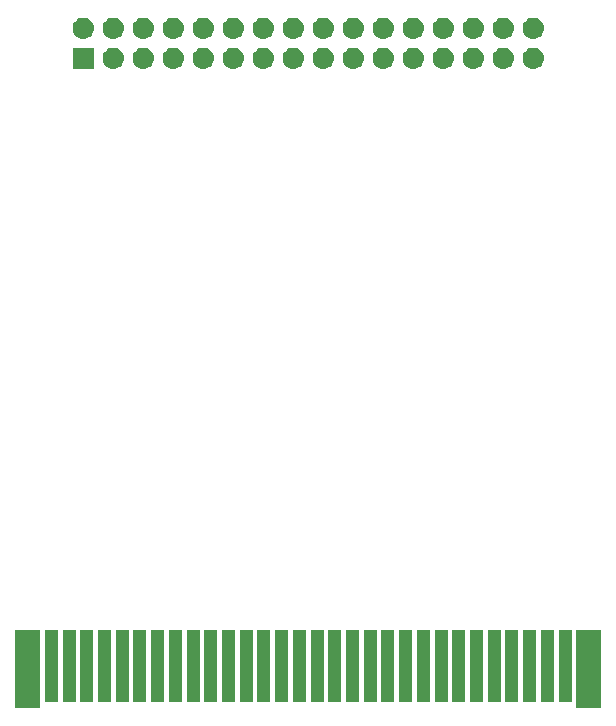
<source format=gts>
G04 #@! TF.GenerationSoftware,KiCad,Pcbnew,(5.1.4)-1*
G04 #@! TF.CreationDate,2019-09-21T23:03:51-04:00*
G04 #@! TF.ProjectId,GameBoyCartridgeBreakout,47616d65-426f-4794-9361-727472696467,rev?*
G04 #@! TF.SameCoordinates,Original*
G04 #@! TF.FileFunction,Soldermask,Top*
G04 #@! TF.FilePolarity,Negative*
%FSLAX46Y46*%
G04 Gerber Fmt 4.6, Leading zero omitted, Abs format (unit mm)*
G04 Created by KiCad (PCBNEW (5.1.4)-1) date 2019-09-21 23:03:51*
%MOMM*%
%LPD*%
G04 APERTURE LIST*
%ADD10C,0.100000*%
G04 APERTURE END LIST*
D10*
G36*
X174801000Y-103551000D02*
G01*
X172699000Y-103551000D01*
X172699000Y-96949000D01*
X174801000Y-96949000D01*
X174801000Y-103551000D01*
X174801000Y-103551000D01*
G37*
G36*
X127301000Y-103551000D02*
G01*
X125199000Y-103551000D01*
X125199000Y-96949000D01*
X127301000Y-96949000D01*
X127301000Y-103551000D01*
X127301000Y-103551000D01*
G37*
G36*
X149801000Y-103051000D02*
G01*
X148699000Y-103051000D01*
X148699000Y-96949000D01*
X149801000Y-96949000D01*
X149801000Y-103051000D01*
X149801000Y-103051000D01*
G37*
G36*
X145301000Y-103051000D02*
G01*
X144199000Y-103051000D01*
X144199000Y-96949000D01*
X145301000Y-96949000D01*
X145301000Y-103051000D01*
X145301000Y-103051000D01*
G37*
G36*
X148301000Y-103051000D02*
G01*
X147199000Y-103051000D01*
X147199000Y-96949000D01*
X148301000Y-96949000D01*
X148301000Y-103051000D01*
X148301000Y-103051000D01*
G37*
G36*
X146801000Y-103051000D02*
G01*
X145699000Y-103051000D01*
X145699000Y-96949000D01*
X146801000Y-96949000D01*
X146801000Y-103051000D01*
X146801000Y-103051000D01*
G37*
G36*
X143801000Y-103051000D02*
G01*
X142699000Y-103051000D01*
X142699000Y-96949000D01*
X143801000Y-96949000D01*
X143801000Y-103051000D01*
X143801000Y-103051000D01*
G37*
G36*
X142301000Y-103051000D02*
G01*
X141199000Y-103051000D01*
X141199000Y-96949000D01*
X142301000Y-96949000D01*
X142301000Y-103051000D01*
X142301000Y-103051000D01*
G37*
G36*
X140801000Y-103051000D02*
G01*
X139699000Y-103051000D01*
X139699000Y-96949000D01*
X140801000Y-96949000D01*
X140801000Y-103051000D01*
X140801000Y-103051000D01*
G37*
G36*
X139301000Y-103051000D02*
G01*
X138199000Y-103051000D01*
X138199000Y-96949000D01*
X139301000Y-96949000D01*
X139301000Y-103051000D01*
X139301000Y-103051000D01*
G37*
G36*
X137801000Y-103051000D02*
G01*
X136699000Y-103051000D01*
X136699000Y-96949000D01*
X137801000Y-96949000D01*
X137801000Y-103051000D01*
X137801000Y-103051000D01*
G37*
G36*
X136301000Y-103051000D02*
G01*
X135199000Y-103051000D01*
X135199000Y-96949000D01*
X136301000Y-96949000D01*
X136301000Y-103051000D01*
X136301000Y-103051000D01*
G37*
G36*
X134801000Y-103051000D02*
G01*
X133699000Y-103051000D01*
X133699000Y-96949000D01*
X134801000Y-96949000D01*
X134801000Y-103051000D01*
X134801000Y-103051000D01*
G37*
G36*
X133301000Y-103051000D02*
G01*
X132199000Y-103051000D01*
X132199000Y-96949000D01*
X133301000Y-96949000D01*
X133301000Y-103051000D01*
X133301000Y-103051000D01*
G37*
G36*
X131801000Y-103051000D02*
G01*
X130699000Y-103051000D01*
X130699000Y-96949000D01*
X131801000Y-96949000D01*
X131801000Y-103051000D01*
X131801000Y-103051000D01*
G37*
G36*
X130301000Y-103051000D02*
G01*
X129199000Y-103051000D01*
X129199000Y-96949000D01*
X130301000Y-96949000D01*
X130301000Y-103051000D01*
X130301000Y-103051000D01*
G37*
G36*
X128801000Y-103051000D02*
G01*
X127699000Y-103051000D01*
X127699000Y-96949000D01*
X128801000Y-96949000D01*
X128801000Y-103051000D01*
X128801000Y-103051000D01*
G37*
G36*
X170801000Y-103051000D02*
G01*
X169699000Y-103051000D01*
X169699000Y-96949000D01*
X170801000Y-96949000D01*
X170801000Y-103051000D01*
X170801000Y-103051000D01*
G37*
G36*
X152801000Y-103051000D02*
G01*
X151699000Y-103051000D01*
X151699000Y-96949000D01*
X152801000Y-96949000D01*
X152801000Y-103051000D01*
X152801000Y-103051000D01*
G37*
G36*
X172301000Y-103051000D02*
G01*
X171199000Y-103051000D01*
X171199000Y-96949000D01*
X172301000Y-96949000D01*
X172301000Y-103051000D01*
X172301000Y-103051000D01*
G37*
G36*
X154301000Y-103051000D02*
G01*
X153199000Y-103051000D01*
X153199000Y-96949000D01*
X154301000Y-96949000D01*
X154301000Y-103051000D01*
X154301000Y-103051000D01*
G37*
G36*
X155801000Y-103051000D02*
G01*
X154699000Y-103051000D01*
X154699000Y-96949000D01*
X155801000Y-96949000D01*
X155801000Y-103051000D01*
X155801000Y-103051000D01*
G37*
G36*
X157301000Y-103051000D02*
G01*
X156199000Y-103051000D01*
X156199000Y-96949000D01*
X157301000Y-96949000D01*
X157301000Y-103051000D01*
X157301000Y-103051000D01*
G37*
G36*
X158801000Y-103051000D02*
G01*
X157699000Y-103051000D01*
X157699000Y-96949000D01*
X158801000Y-96949000D01*
X158801000Y-103051000D01*
X158801000Y-103051000D01*
G37*
G36*
X160301000Y-103051000D02*
G01*
X159199000Y-103051000D01*
X159199000Y-96949000D01*
X160301000Y-96949000D01*
X160301000Y-103051000D01*
X160301000Y-103051000D01*
G37*
G36*
X161801000Y-103051000D02*
G01*
X160699000Y-103051000D01*
X160699000Y-96949000D01*
X161801000Y-96949000D01*
X161801000Y-103051000D01*
X161801000Y-103051000D01*
G37*
G36*
X163301000Y-103051000D02*
G01*
X162199000Y-103051000D01*
X162199000Y-96949000D01*
X163301000Y-96949000D01*
X163301000Y-103051000D01*
X163301000Y-103051000D01*
G37*
G36*
X164801000Y-103051000D02*
G01*
X163699000Y-103051000D01*
X163699000Y-96949000D01*
X164801000Y-96949000D01*
X164801000Y-103051000D01*
X164801000Y-103051000D01*
G37*
G36*
X166301000Y-103051000D02*
G01*
X165199000Y-103051000D01*
X165199000Y-96949000D01*
X166301000Y-96949000D01*
X166301000Y-103051000D01*
X166301000Y-103051000D01*
G37*
G36*
X167801000Y-103051000D02*
G01*
X166699000Y-103051000D01*
X166699000Y-96949000D01*
X167801000Y-96949000D01*
X167801000Y-103051000D01*
X167801000Y-103051000D01*
G37*
G36*
X169301000Y-103051000D02*
G01*
X168199000Y-103051000D01*
X168199000Y-96949000D01*
X169301000Y-96949000D01*
X169301000Y-103051000D01*
X169301000Y-103051000D01*
G37*
G36*
X151301000Y-103051000D02*
G01*
X150199000Y-103051000D01*
X150199000Y-96949000D01*
X151301000Y-96949000D01*
X151301000Y-103051000D01*
X151301000Y-103051000D01*
G37*
G36*
X169160442Y-47645518D02*
G01*
X169226627Y-47652037D01*
X169396466Y-47703557D01*
X169552991Y-47787222D01*
X169588729Y-47816552D01*
X169690186Y-47899814D01*
X169773448Y-48001271D01*
X169802778Y-48037009D01*
X169886443Y-48193534D01*
X169937963Y-48363373D01*
X169955359Y-48540000D01*
X169937963Y-48716627D01*
X169886443Y-48886466D01*
X169802778Y-49042991D01*
X169773448Y-49078729D01*
X169690186Y-49180186D01*
X169588729Y-49263448D01*
X169552991Y-49292778D01*
X169396466Y-49376443D01*
X169226627Y-49427963D01*
X169160443Y-49434481D01*
X169094260Y-49441000D01*
X169005740Y-49441000D01*
X168939557Y-49434481D01*
X168873373Y-49427963D01*
X168703534Y-49376443D01*
X168547009Y-49292778D01*
X168511271Y-49263448D01*
X168409814Y-49180186D01*
X168326552Y-49078729D01*
X168297222Y-49042991D01*
X168213557Y-48886466D01*
X168162037Y-48716627D01*
X168144641Y-48540000D01*
X168162037Y-48363373D01*
X168213557Y-48193534D01*
X168297222Y-48037009D01*
X168326552Y-48001271D01*
X168409814Y-47899814D01*
X168511271Y-47816552D01*
X168547009Y-47787222D01*
X168703534Y-47703557D01*
X168873373Y-47652037D01*
X168939557Y-47645519D01*
X169005740Y-47639000D01*
X169094260Y-47639000D01*
X169160442Y-47645518D01*
X169160442Y-47645518D01*
G37*
G36*
X131851000Y-49441000D02*
G01*
X130049000Y-49441000D01*
X130049000Y-47639000D01*
X131851000Y-47639000D01*
X131851000Y-49441000D01*
X131851000Y-49441000D01*
G37*
G36*
X133600442Y-47645518D02*
G01*
X133666627Y-47652037D01*
X133836466Y-47703557D01*
X133992991Y-47787222D01*
X134028729Y-47816552D01*
X134130186Y-47899814D01*
X134213448Y-48001271D01*
X134242778Y-48037009D01*
X134326443Y-48193534D01*
X134377963Y-48363373D01*
X134395359Y-48540000D01*
X134377963Y-48716627D01*
X134326443Y-48886466D01*
X134242778Y-49042991D01*
X134213448Y-49078729D01*
X134130186Y-49180186D01*
X134028729Y-49263448D01*
X133992991Y-49292778D01*
X133836466Y-49376443D01*
X133666627Y-49427963D01*
X133600443Y-49434481D01*
X133534260Y-49441000D01*
X133445740Y-49441000D01*
X133379557Y-49434481D01*
X133313373Y-49427963D01*
X133143534Y-49376443D01*
X132987009Y-49292778D01*
X132951271Y-49263448D01*
X132849814Y-49180186D01*
X132766552Y-49078729D01*
X132737222Y-49042991D01*
X132653557Y-48886466D01*
X132602037Y-48716627D01*
X132584641Y-48540000D01*
X132602037Y-48363373D01*
X132653557Y-48193534D01*
X132737222Y-48037009D01*
X132766552Y-48001271D01*
X132849814Y-47899814D01*
X132951271Y-47816552D01*
X132987009Y-47787222D01*
X133143534Y-47703557D01*
X133313373Y-47652037D01*
X133379557Y-47645519D01*
X133445740Y-47639000D01*
X133534260Y-47639000D01*
X133600442Y-47645518D01*
X133600442Y-47645518D01*
G37*
G36*
X136140442Y-47645518D02*
G01*
X136206627Y-47652037D01*
X136376466Y-47703557D01*
X136532991Y-47787222D01*
X136568729Y-47816552D01*
X136670186Y-47899814D01*
X136753448Y-48001271D01*
X136782778Y-48037009D01*
X136866443Y-48193534D01*
X136917963Y-48363373D01*
X136935359Y-48540000D01*
X136917963Y-48716627D01*
X136866443Y-48886466D01*
X136782778Y-49042991D01*
X136753448Y-49078729D01*
X136670186Y-49180186D01*
X136568729Y-49263448D01*
X136532991Y-49292778D01*
X136376466Y-49376443D01*
X136206627Y-49427963D01*
X136140443Y-49434481D01*
X136074260Y-49441000D01*
X135985740Y-49441000D01*
X135919557Y-49434481D01*
X135853373Y-49427963D01*
X135683534Y-49376443D01*
X135527009Y-49292778D01*
X135491271Y-49263448D01*
X135389814Y-49180186D01*
X135306552Y-49078729D01*
X135277222Y-49042991D01*
X135193557Y-48886466D01*
X135142037Y-48716627D01*
X135124641Y-48540000D01*
X135142037Y-48363373D01*
X135193557Y-48193534D01*
X135277222Y-48037009D01*
X135306552Y-48001271D01*
X135389814Y-47899814D01*
X135491271Y-47816552D01*
X135527009Y-47787222D01*
X135683534Y-47703557D01*
X135853373Y-47652037D01*
X135919557Y-47645519D01*
X135985740Y-47639000D01*
X136074260Y-47639000D01*
X136140442Y-47645518D01*
X136140442Y-47645518D01*
G37*
G36*
X138680442Y-47645518D02*
G01*
X138746627Y-47652037D01*
X138916466Y-47703557D01*
X139072991Y-47787222D01*
X139108729Y-47816552D01*
X139210186Y-47899814D01*
X139293448Y-48001271D01*
X139322778Y-48037009D01*
X139406443Y-48193534D01*
X139457963Y-48363373D01*
X139475359Y-48540000D01*
X139457963Y-48716627D01*
X139406443Y-48886466D01*
X139322778Y-49042991D01*
X139293448Y-49078729D01*
X139210186Y-49180186D01*
X139108729Y-49263448D01*
X139072991Y-49292778D01*
X138916466Y-49376443D01*
X138746627Y-49427963D01*
X138680443Y-49434481D01*
X138614260Y-49441000D01*
X138525740Y-49441000D01*
X138459557Y-49434481D01*
X138393373Y-49427963D01*
X138223534Y-49376443D01*
X138067009Y-49292778D01*
X138031271Y-49263448D01*
X137929814Y-49180186D01*
X137846552Y-49078729D01*
X137817222Y-49042991D01*
X137733557Y-48886466D01*
X137682037Y-48716627D01*
X137664641Y-48540000D01*
X137682037Y-48363373D01*
X137733557Y-48193534D01*
X137817222Y-48037009D01*
X137846552Y-48001271D01*
X137929814Y-47899814D01*
X138031271Y-47816552D01*
X138067009Y-47787222D01*
X138223534Y-47703557D01*
X138393373Y-47652037D01*
X138459557Y-47645519D01*
X138525740Y-47639000D01*
X138614260Y-47639000D01*
X138680442Y-47645518D01*
X138680442Y-47645518D01*
G37*
G36*
X141220442Y-47645518D02*
G01*
X141286627Y-47652037D01*
X141456466Y-47703557D01*
X141612991Y-47787222D01*
X141648729Y-47816552D01*
X141750186Y-47899814D01*
X141833448Y-48001271D01*
X141862778Y-48037009D01*
X141946443Y-48193534D01*
X141997963Y-48363373D01*
X142015359Y-48540000D01*
X141997963Y-48716627D01*
X141946443Y-48886466D01*
X141862778Y-49042991D01*
X141833448Y-49078729D01*
X141750186Y-49180186D01*
X141648729Y-49263448D01*
X141612991Y-49292778D01*
X141456466Y-49376443D01*
X141286627Y-49427963D01*
X141220443Y-49434481D01*
X141154260Y-49441000D01*
X141065740Y-49441000D01*
X140999557Y-49434481D01*
X140933373Y-49427963D01*
X140763534Y-49376443D01*
X140607009Y-49292778D01*
X140571271Y-49263448D01*
X140469814Y-49180186D01*
X140386552Y-49078729D01*
X140357222Y-49042991D01*
X140273557Y-48886466D01*
X140222037Y-48716627D01*
X140204641Y-48540000D01*
X140222037Y-48363373D01*
X140273557Y-48193534D01*
X140357222Y-48037009D01*
X140386552Y-48001271D01*
X140469814Y-47899814D01*
X140571271Y-47816552D01*
X140607009Y-47787222D01*
X140763534Y-47703557D01*
X140933373Y-47652037D01*
X140999557Y-47645519D01*
X141065740Y-47639000D01*
X141154260Y-47639000D01*
X141220442Y-47645518D01*
X141220442Y-47645518D01*
G37*
G36*
X143760442Y-47645518D02*
G01*
X143826627Y-47652037D01*
X143996466Y-47703557D01*
X144152991Y-47787222D01*
X144188729Y-47816552D01*
X144290186Y-47899814D01*
X144373448Y-48001271D01*
X144402778Y-48037009D01*
X144486443Y-48193534D01*
X144537963Y-48363373D01*
X144555359Y-48540000D01*
X144537963Y-48716627D01*
X144486443Y-48886466D01*
X144402778Y-49042991D01*
X144373448Y-49078729D01*
X144290186Y-49180186D01*
X144188729Y-49263448D01*
X144152991Y-49292778D01*
X143996466Y-49376443D01*
X143826627Y-49427963D01*
X143760443Y-49434481D01*
X143694260Y-49441000D01*
X143605740Y-49441000D01*
X143539557Y-49434481D01*
X143473373Y-49427963D01*
X143303534Y-49376443D01*
X143147009Y-49292778D01*
X143111271Y-49263448D01*
X143009814Y-49180186D01*
X142926552Y-49078729D01*
X142897222Y-49042991D01*
X142813557Y-48886466D01*
X142762037Y-48716627D01*
X142744641Y-48540000D01*
X142762037Y-48363373D01*
X142813557Y-48193534D01*
X142897222Y-48037009D01*
X142926552Y-48001271D01*
X143009814Y-47899814D01*
X143111271Y-47816552D01*
X143147009Y-47787222D01*
X143303534Y-47703557D01*
X143473373Y-47652037D01*
X143539557Y-47645519D01*
X143605740Y-47639000D01*
X143694260Y-47639000D01*
X143760442Y-47645518D01*
X143760442Y-47645518D01*
G37*
G36*
X146300442Y-47645518D02*
G01*
X146366627Y-47652037D01*
X146536466Y-47703557D01*
X146692991Y-47787222D01*
X146728729Y-47816552D01*
X146830186Y-47899814D01*
X146913448Y-48001271D01*
X146942778Y-48037009D01*
X147026443Y-48193534D01*
X147077963Y-48363373D01*
X147095359Y-48540000D01*
X147077963Y-48716627D01*
X147026443Y-48886466D01*
X146942778Y-49042991D01*
X146913448Y-49078729D01*
X146830186Y-49180186D01*
X146728729Y-49263448D01*
X146692991Y-49292778D01*
X146536466Y-49376443D01*
X146366627Y-49427963D01*
X146300443Y-49434481D01*
X146234260Y-49441000D01*
X146145740Y-49441000D01*
X146079557Y-49434481D01*
X146013373Y-49427963D01*
X145843534Y-49376443D01*
X145687009Y-49292778D01*
X145651271Y-49263448D01*
X145549814Y-49180186D01*
X145466552Y-49078729D01*
X145437222Y-49042991D01*
X145353557Y-48886466D01*
X145302037Y-48716627D01*
X145284641Y-48540000D01*
X145302037Y-48363373D01*
X145353557Y-48193534D01*
X145437222Y-48037009D01*
X145466552Y-48001271D01*
X145549814Y-47899814D01*
X145651271Y-47816552D01*
X145687009Y-47787222D01*
X145843534Y-47703557D01*
X146013373Y-47652037D01*
X146079557Y-47645519D01*
X146145740Y-47639000D01*
X146234260Y-47639000D01*
X146300442Y-47645518D01*
X146300442Y-47645518D01*
G37*
G36*
X151380442Y-47645518D02*
G01*
X151446627Y-47652037D01*
X151616466Y-47703557D01*
X151772991Y-47787222D01*
X151808729Y-47816552D01*
X151910186Y-47899814D01*
X151993448Y-48001271D01*
X152022778Y-48037009D01*
X152106443Y-48193534D01*
X152157963Y-48363373D01*
X152175359Y-48540000D01*
X152157963Y-48716627D01*
X152106443Y-48886466D01*
X152022778Y-49042991D01*
X151993448Y-49078729D01*
X151910186Y-49180186D01*
X151808729Y-49263448D01*
X151772991Y-49292778D01*
X151616466Y-49376443D01*
X151446627Y-49427963D01*
X151380443Y-49434481D01*
X151314260Y-49441000D01*
X151225740Y-49441000D01*
X151159557Y-49434481D01*
X151093373Y-49427963D01*
X150923534Y-49376443D01*
X150767009Y-49292778D01*
X150731271Y-49263448D01*
X150629814Y-49180186D01*
X150546552Y-49078729D01*
X150517222Y-49042991D01*
X150433557Y-48886466D01*
X150382037Y-48716627D01*
X150364641Y-48540000D01*
X150382037Y-48363373D01*
X150433557Y-48193534D01*
X150517222Y-48037009D01*
X150546552Y-48001271D01*
X150629814Y-47899814D01*
X150731271Y-47816552D01*
X150767009Y-47787222D01*
X150923534Y-47703557D01*
X151093373Y-47652037D01*
X151159557Y-47645519D01*
X151225740Y-47639000D01*
X151314260Y-47639000D01*
X151380442Y-47645518D01*
X151380442Y-47645518D01*
G37*
G36*
X153920442Y-47645518D02*
G01*
X153986627Y-47652037D01*
X154156466Y-47703557D01*
X154312991Y-47787222D01*
X154348729Y-47816552D01*
X154450186Y-47899814D01*
X154533448Y-48001271D01*
X154562778Y-48037009D01*
X154646443Y-48193534D01*
X154697963Y-48363373D01*
X154715359Y-48540000D01*
X154697963Y-48716627D01*
X154646443Y-48886466D01*
X154562778Y-49042991D01*
X154533448Y-49078729D01*
X154450186Y-49180186D01*
X154348729Y-49263448D01*
X154312991Y-49292778D01*
X154156466Y-49376443D01*
X153986627Y-49427963D01*
X153920443Y-49434481D01*
X153854260Y-49441000D01*
X153765740Y-49441000D01*
X153699557Y-49434481D01*
X153633373Y-49427963D01*
X153463534Y-49376443D01*
X153307009Y-49292778D01*
X153271271Y-49263448D01*
X153169814Y-49180186D01*
X153086552Y-49078729D01*
X153057222Y-49042991D01*
X152973557Y-48886466D01*
X152922037Y-48716627D01*
X152904641Y-48540000D01*
X152922037Y-48363373D01*
X152973557Y-48193534D01*
X153057222Y-48037009D01*
X153086552Y-48001271D01*
X153169814Y-47899814D01*
X153271271Y-47816552D01*
X153307009Y-47787222D01*
X153463534Y-47703557D01*
X153633373Y-47652037D01*
X153699557Y-47645519D01*
X153765740Y-47639000D01*
X153854260Y-47639000D01*
X153920442Y-47645518D01*
X153920442Y-47645518D01*
G37*
G36*
X159000442Y-47645518D02*
G01*
X159066627Y-47652037D01*
X159236466Y-47703557D01*
X159392991Y-47787222D01*
X159428729Y-47816552D01*
X159530186Y-47899814D01*
X159613448Y-48001271D01*
X159642778Y-48037009D01*
X159726443Y-48193534D01*
X159777963Y-48363373D01*
X159795359Y-48540000D01*
X159777963Y-48716627D01*
X159726443Y-48886466D01*
X159642778Y-49042991D01*
X159613448Y-49078729D01*
X159530186Y-49180186D01*
X159428729Y-49263448D01*
X159392991Y-49292778D01*
X159236466Y-49376443D01*
X159066627Y-49427963D01*
X159000443Y-49434481D01*
X158934260Y-49441000D01*
X158845740Y-49441000D01*
X158779557Y-49434481D01*
X158713373Y-49427963D01*
X158543534Y-49376443D01*
X158387009Y-49292778D01*
X158351271Y-49263448D01*
X158249814Y-49180186D01*
X158166552Y-49078729D01*
X158137222Y-49042991D01*
X158053557Y-48886466D01*
X158002037Y-48716627D01*
X157984641Y-48540000D01*
X158002037Y-48363373D01*
X158053557Y-48193534D01*
X158137222Y-48037009D01*
X158166552Y-48001271D01*
X158249814Y-47899814D01*
X158351271Y-47816552D01*
X158387009Y-47787222D01*
X158543534Y-47703557D01*
X158713373Y-47652037D01*
X158779557Y-47645519D01*
X158845740Y-47639000D01*
X158934260Y-47639000D01*
X159000442Y-47645518D01*
X159000442Y-47645518D01*
G37*
G36*
X161540442Y-47645518D02*
G01*
X161606627Y-47652037D01*
X161776466Y-47703557D01*
X161932991Y-47787222D01*
X161968729Y-47816552D01*
X162070186Y-47899814D01*
X162153448Y-48001271D01*
X162182778Y-48037009D01*
X162266443Y-48193534D01*
X162317963Y-48363373D01*
X162335359Y-48540000D01*
X162317963Y-48716627D01*
X162266443Y-48886466D01*
X162182778Y-49042991D01*
X162153448Y-49078729D01*
X162070186Y-49180186D01*
X161968729Y-49263448D01*
X161932991Y-49292778D01*
X161776466Y-49376443D01*
X161606627Y-49427963D01*
X161540443Y-49434481D01*
X161474260Y-49441000D01*
X161385740Y-49441000D01*
X161319557Y-49434481D01*
X161253373Y-49427963D01*
X161083534Y-49376443D01*
X160927009Y-49292778D01*
X160891271Y-49263448D01*
X160789814Y-49180186D01*
X160706552Y-49078729D01*
X160677222Y-49042991D01*
X160593557Y-48886466D01*
X160542037Y-48716627D01*
X160524641Y-48540000D01*
X160542037Y-48363373D01*
X160593557Y-48193534D01*
X160677222Y-48037009D01*
X160706552Y-48001271D01*
X160789814Y-47899814D01*
X160891271Y-47816552D01*
X160927009Y-47787222D01*
X161083534Y-47703557D01*
X161253373Y-47652037D01*
X161319557Y-47645519D01*
X161385740Y-47639000D01*
X161474260Y-47639000D01*
X161540442Y-47645518D01*
X161540442Y-47645518D01*
G37*
G36*
X164080442Y-47645518D02*
G01*
X164146627Y-47652037D01*
X164316466Y-47703557D01*
X164472991Y-47787222D01*
X164508729Y-47816552D01*
X164610186Y-47899814D01*
X164693448Y-48001271D01*
X164722778Y-48037009D01*
X164806443Y-48193534D01*
X164857963Y-48363373D01*
X164875359Y-48540000D01*
X164857963Y-48716627D01*
X164806443Y-48886466D01*
X164722778Y-49042991D01*
X164693448Y-49078729D01*
X164610186Y-49180186D01*
X164508729Y-49263448D01*
X164472991Y-49292778D01*
X164316466Y-49376443D01*
X164146627Y-49427963D01*
X164080443Y-49434481D01*
X164014260Y-49441000D01*
X163925740Y-49441000D01*
X163859557Y-49434481D01*
X163793373Y-49427963D01*
X163623534Y-49376443D01*
X163467009Y-49292778D01*
X163431271Y-49263448D01*
X163329814Y-49180186D01*
X163246552Y-49078729D01*
X163217222Y-49042991D01*
X163133557Y-48886466D01*
X163082037Y-48716627D01*
X163064641Y-48540000D01*
X163082037Y-48363373D01*
X163133557Y-48193534D01*
X163217222Y-48037009D01*
X163246552Y-48001271D01*
X163329814Y-47899814D01*
X163431271Y-47816552D01*
X163467009Y-47787222D01*
X163623534Y-47703557D01*
X163793373Y-47652037D01*
X163859557Y-47645519D01*
X163925740Y-47639000D01*
X164014260Y-47639000D01*
X164080442Y-47645518D01*
X164080442Y-47645518D01*
G37*
G36*
X166620442Y-47645518D02*
G01*
X166686627Y-47652037D01*
X166856466Y-47703557D01*
X167012991Y-47787222D01*
X167048729Y-47816552D01*
X167150186Y-47899814D01*
X167233448Y-48001271D01*
X167262778Y-48037009D01*
X167346443Y-48193534D01*
X167397963Y-48363373D01*
X167415359Y-48540000D01*
X167397963Y-48716627D01*
X167346443Y-48886466D01*
X167262778Y-49042991D01*
X167233448Y-49078729D01*
X167150186Y-49180186D01*
X167048729Y-49263448D01*
X167012991Y-49292778D01*
X166856466Y-49376443D01*
X166686627Y-49427963D01*
X166620443Y-49434481D01*
X166554260Y-49441000D01*
X166465740Y-49441000D01*
X166399557Y-49434481D01*
X166333373Y-49427963D01*
X166163534Y-49376443D01*
X166007009Y-49292778D01*
X165971271Y-49263448D01*
X165869814Y-49180186D01*
X165786552Y-49078729D01*
X165757222Y-49042991D01*
X165673557Y-48886466D01*
X165622037Y-48716627D01*
X165604641Y-48540000D01*
X165622037Y-48363373D01*
X165673557Y-48193534D01*
X165757222Y-48037009D01*
X165786552Y-48001271D01*
X165869814Y-47899814D01*
X165971271Y-47816552D01*
X166007009Y-47787222D01*
X166163534Y-47703557D01*
X166333373Y-47652037D01*
X166399557Y-47645519D01*
X166465740Y-47639000D01*
X166554260Y-47639000D01*
X166620442Y-47645518D01*
X166620442Y-47645518D01*
G37*
G36*
X156460442Y-47645518D02*
G01*
X156526627Y-47652037D01*
X156696466Y-47703557D01*
X156852991Y-47787222D01*
X156888729Y-47816552D01*
X156990186Y-47899814D01*
X157073448Y-48001271D01*
X157102778Y-48037009D01*
X157186443Y-48193534D01*
X157237963Y-48363373D01*
X157255359Y-48540000D01*
X157237963Y-48716627D01*
X157186443Y-48886466D01*
X157102778Y-49042991D01*
X157073448Y-49078729D01*
X156990186Y-49180186D01*
X156888729Y-49263448D01*
X156852991Y-49292778D01*
X156696466Y-49376443D01*
X156526627Y-49427963D01*
X156460443Y-49434481D01*
X156394260Y-49441000D01*
X156305740Y-49441000D01*
X156239557Y-49434481D01*
X156173373Y-49427963D01*
X156003534Y-49376443D01*
X155847009Y-49292778D01*
X155811271Y-49263448D01*
X155709814Y-49180186D01*
X155626552Y-49078729D01*
X155597222Y-49042991D01*
X155513557Y-48886466D01*
X155462037Y-48716627D01*
X155444641Y-48540000D01*
X155462037Y-48363373D01*
X155513557Y-48193534D01*
X155597222Y-48037009D01*
X155626552Y-48001271D01*
X155709814Y-47899814D01*
X155811271Y-47816552D01*
X155847009Y-47787222D01*
X156003534Y-47703557D01*
X156173373Y-47652037D01*
X156239557Y-47645519D01*
X156305740Y-47639000D01*
X156394260Y-47639000D01*
X156460442Y-47645518D01*
X156460442Y-47645518D01*
G37*
G36*
X148840442Y-47645518D02*
G01*
X148906627Y-47652037D01*
X149076466Y-47703557D01*
X149232991Y-47787222D01*
X149268729Y-47816552D01*
X149370186Y-47899814D01*
X149453448Y-48001271D01*
X149482778Y-48037009D01*
X149566443Y-48193534D01*
X149617963Y-48363373D01*
X149635359Y-48540000D01*
X149617963Y-48716627D01*
X149566443Y-48886466D01*
X149482778Y-49042991D01*
X149453448Y-49078729D01*
X149370186Y-49180186D01*
X149268729Y-49263448D01*
X149232991Y-49292778D01*
X149076466Y-49376443D01*
X148906627Y-49427963D01*
X148840443Y-49434481D01*
X148774260Y-49441000D01*
X148685740Y-49441000D01*
X148619557Y-49434481D01*
X148553373Y-49427963D01*
X148383534Y-49376443D01*
X148227009Y-49292778D01*
X148191271Y-49263448D01*
X148089814Y-49180186D01*
X148006552Y-49078729D01*
X147977222Y-49042991D01*
X147893557Y-48886466D01*
X147842037Y-48716627D01*
X147824641Y-48540000D01*
X147842037Y-48363373D01*
X147893557Y-48193534D01*
X147977222Y-48037009D01*
X148006552Y-48001271D01*
X148089814Y-47899814D01*
X148191271Y-47816552D01*
X148227009Y-47787222D01*
X148383534Y-47703557D01*
X148553373Y-47652037D01*
X148619557Y-47645519D01*
X148685740Y-47639000D01*
X148774260Y-47639000D01*
X148840442Y-47645518D01*
X148840442Y-47645518D01*
G37*
G36*
X141220443Y-45105519D02*
G01*
X141286627Y-45112037D01*
X141456466Y-45163557D01*
X141612991Y-45247222D01*
X141648729Y-45276552D01*
X141750186Y-45359814D01*
X141833448Y-45461271D01*
X141862778Y-45497009D01*
X141946443Y-45653534D01*
X141997963Y-45823373D01*
X142015359Y-46000000D01*
X141997963Y-46176627D01*
X141946443Y-46346466D01*
X141862778Y-46502991D01*
X141833448Y-46538729D01*
X141750186Y-46640186D01*
X141648729Y-46723448D01*
X141612991Y-46752778D01*
X141456466Y-46836443D01*
X141286627Y-46887963D01*
X141220442Y-46894482D01*
X141154260Y-46901000D01*
X141065740Y-46901000D01*
X140999558Y-46894482D01*
X140933373Y-46887963D01*
X140763534Y-46836443D01*
X140607009Y-46752778D01*
X140571271Y-46723448D01*
X140469814Y-46640186D01*
X140386552Y-46538729D01*
X140357222Y-46502991D01*
X140273557Y-46346466D01*
X140222037Y-46176627D01*
X140204641Y-46000000D01*
X140222037Y-45823373D01*
X140273557Y-45653534D01*
X140357222Y-45497009D01*
X140386552Y-45461271D01*
X140469814Y-45359814D01*
X140571271Y-45276552D01*
X140607009Y-45247222D01*
X140763534Y-45163557D01*
X140933373Y-45112037D01*
X140999557Y-45105519D01*
X141065740Y-45099000D01*
X141154260Y-45099000D01*
X141220443Y-45105519D01*
X141220443Y-45105519D01*
G37*
G36*
X138680443Y-45105519D02*
G01*
X138746627Y-45112037D01*
X138916466Y-45163557D01*
X139072991Y-45247222D01*
X139108729Y-45276552D01*
X139210186Y-45359814D01*
X139293448Y-45461271D01*
X139322778Y-45497009D01*
X139406443Y-45653534D01*
X139457963Y-45823373D01*
X139475359Y-46000000D01*
X139457963Y-46176627D01*
X139406443Y-46346466D01*
X139322778Y-46502991D01*
X139293448Y-46538729D01*
X139210186Y-46640186D01*
X139108729Y-46723448D01*
X139072991Y-46752778D01*
X138916466Y-46836443D01*
X138746627Y-46887963D01*
X138680442Y-46894482D01*
X138614260Y-46901000D01*
X138525740Y-46901000D01*
X138459558Y-46894482D01*
X138393373Y-46887963D01*
X138223534Y-46836443D01*
X138067009Y-46752778D01*
X138031271Y-46723448D01*
X137929814Y-46640186D01*
X137846552Y-46538729D01*
X137817222Y-46502991D01*
X137733557Y-46346466D01*
X137682037Y-46176627D01*
X137664641Y-46000000D01*
X137682037Y-45823373D01*
X137733557Y-45653534D01*
X137817222Y-45497009D01*
X137846552Y-45461271D01*
X137929814Y-45359814D01*
X138031271Y-45276552D01*
X138067009Y-45247222D01*
X138223534Y-45163557D01*
X138393373Y-45112037D01*
X138459557Y-45105519D01*
X138525740Y-45099000D01*
X138614260Y-45099000D01*
X138680443Y-45105519D01*
X138680443Y-45105519D01*
G37*
G36*
X136140443Y-45105519D02*
G01*
X136206627Y-45112037D01*
X136376466Y-45163557D01*
X136532991Y-45247222D01*
X136568729Y-45276552D01*
X136670186Y-45359814D01*
X136753448Y-45461271D01*
X136782778Y-45497009D01*
X136866443Y-45653534D01*
X136917963Y-45823373D01*
X136935359Y-46000000D01*
X136917963Y-46176627D01*
X136866443Y-46346466D01*
X136782778Y-46502991D01*
X136753448Y-46538729D01*
X136670186Y-46640186D01*
X136568729Y-46723448D01*
X136532991Y-46752778D01*
X136376466Y-46836443D01*
X136206627Y-46887963D01*
X136140442Y-46894482D01*
X136074260Y-46901000D01*
X135985740Y-46901000D01*
X135919558Y-46894482D01*
X135853373Y-46887963D01*
X135683534Y-46836443D01*
X135527009Y-46752778D01*
X135491271Y-46723448D01*
X135389814Y-46640186D01*
X135306552Y-46538729D01*
X135277222Y-46502991D01*
X135193557Y-46346466D01*
X135142037Y-46176627D01*
X135124641Y-46000000D01*
X135142037Y-45823373D01*
X135193557Y-45653534D01*
X135277222Y-45497009D01*
X135306552Y-45461271D01*
X135389814Y-45359814D01*
X135491271Y-45276552D01*
X135527009Y-45247222D01*
X135683534Y-45163557D01*
X135853373Y-45112037D01*
X135919557Y-45105519D01*
X135985740Y-45099000D01*
X136074260Y-45099000D01*
X136140443Y-45105519D01*
X136140443Y-45105519D01*
G37*
G36*
X133600443Y-45105519D02*
G01*
X133666627Y-45112037D01*
X133836466Y-45163557D01*
X133992991Y-45247222D01*
X134028729Y-45276552D01*
X134130186Y-45359814D01*
X134213448Y-45461271D01*
X134242778Y-45497009D01*
X134326443Y-45653534D01*
X134377963Y-45823373D01*
X134395359Y-46000000D01*
X134377963Y-46176627D01*
X134326443Y-46346466D01*
X134242778Y-46502991D01*
X134213448Y-46538729D01*
X134130186Y-46640186D01*
X134028729Y-46723448D01*
X133992991Y-46752778D01*
X133836466Y-46836443D01*
X133666627Y-46887963D01*
X133600442Y-46894482D01*
X133534260Y-46901000D01*
X133445740Y-46901000D01*
X133379558Y-46894482D01*
X133313373Y-46887963D01*
X133143534Y-46836443D01*
X132987009Y-46752778D01*
X132951271Y-46723448D01*
X132849814Y-46640186D01*
X132766552Y-46538729D01*
X132737222Y-46502991D01*
X132653557Y-46346466D01*
X132602037Y-46176627D01*
X132584641Y-46000000D01*
X132602037Y-45823373D01*
X132653557Y-45653534D01*
X132737222Y-45497009D01*
X132766552Y-45461271D01*
X132849814Y-45359814D01*
X132951271Y-45276552D01*
X132987009Y-45247222D01*
X133143534Y-45163557D01*
X133313373Y-45112037D01*
X133379557Y-45105519D01*
X133445740Y-45099000D01*
X133534260Y-45099000D01*
X133600443Y-45105519D01*
X133600443Y-45105519D01*
G37*
G36*
X131060443Y-45105519D02*
G01*
X131126627Y-45112037D01*
X131296466Y-45163557D01*
X131452991Y-45247222D01*
X131488729Y-45276552D01*
X131590186Y-45359814D01*
X131673448Y-45461271D01*
X131702778Y-45497009D01*
X131786443Y-45653534D01*
X131837963Y-45823373D01*
X131855359Y-46000000D01*
X131837963Y-46176627D01*
X131786443Y-46346466D01*
X131702778Y-46502991D01*
X131673448Y-46538729D01*
X131590186Y-46640186D01*
X131488729Y-46723448D01*
X131452991Y-46752778D01*
X131296466Y-46836443D01*
X131126627Y-46887963D01*
X131060442Y-46894482D01*
X130994260Y-46901000D01*
X130905740Y-46901000D01*
X130839558Y-46894482D01*
X130773373Y-46887963D01*
X130603534Y-46836443D01*
X130447009Y-46752778D01*
X130411271Y-46723448D01*
X130309814Y-46640186D01*
X130226552Y-46538729D01*
X130197222Y-46502991D01*
X130113557Y-46346466D01*
X130062037Y-46176627D01*
X130044641Y-46000000D01*
X130062037Y-45823373D01*
X130113557Y-45653534D01*
X130197222Y-45497009D01*
X130226552Y-45461271D01*
X130309814Y-45359814D01*
X130411271Y-45276552D01*
X130447009Y-45247222D01*
X130603534Y-45163557D01*
X130773373Y-45112037D01*
X130839557Y-45105519D01*
X130905740Y-45099000D01*
X130994260Y-45099000D01*
X131060443Y-45105519D01*
X131060443Y-45105519D01*
G37*
G36*
X161540443Y-45105519D02*
G01*
X161606627Y-45112037D01*
X161776466Y-45163557D01*
X161932991Y-45247222D01*
X161968729Y-45276552D01*
X162070186Y-45359814D01*
X162153448Y-45461271D01*
X162182778Y-45497009D01*
X162266443Y-45653534D01*
X162317963Y-45823373D01*
X162335359Y-46000000D01*
X162317963Y-46176627D01*
X162266443Y-46346466D01*
X162182778Y-46502991D01*
X162153448Y-46538729D01*
X162070186Y-46640186D01*
X161968729Y-46723448D01*
X161932991Y-46752778D01*
X161776466Y-46836443D01*
X161606627Y-46887963D01*
X161540442Y-46894482D01*
X161474260Y-46901000D01*
X161385740Y-46901000D01*
X161319558Y-46894482D01*
X161253373Y-46887963D01*
X161083534Y-46836443D01*
X160927009Y-46752778D01*
X160891271Y-46723448D01*
X160789814Y-46640186D01*
X160706552Y-46538729D01*
X160677222Y-46502991D01*
X160593557Y-46346466D01*
X160542037Y-46176627D01*
X160524641Y-46000000D01*
X160542037Y-45823373D01*
X160593557Y-45653534D01*
X160677222Y-45497009D01*
X160706552Y-45461271D01*
X160789814Y-45359814D01*
X160891271Y-45276552D01*
X160927009Y-45247222D01*
X161083534Y-45163557D01*
X161253373Y-45112037D01*
X161319557Y-45105519D01*
X161385740Y-45099000D01*
X161474260Y-45099000D01*
X161540443Y-45105519D01*
X161540443Y-45105519D01*
G37*
G36*
X143760443Y-45105519D02*
G01*
X143826627Y-45112037D01*
X143996466Y-45163557D01*
X144152991Y-45247222D01*
X144188729Y-45276552D01*
X144290186Y-45359814D01*
X144373448Y-45461271D01*
X144402778Y-45497009D01*
X144486443Y-45653534D01*
X144537963Y-45823373D01*
X144555359Y-46000000D01*
X144537963Y-46176627D01*
X144486443Y-46346466D01*
X144402778Y-46502991D01*
X144373448Y-46538729D01*
X144290186Y-46640186D01*
X144188729Y-46723448D01*
X144152991Y-46752778D01*
X143996466Y-46836443D01*
X143826627Y-46887963D01*
X143760442Y-46894482D01*
X143694260Y-46901000D01*
X143605740Y-46901000D01*
X143539558Y-46894482D01*
X143473373Y-46887963D01*
X143303534Y-46836443D01*
X143147009Y-46752778D01*
X143111271Y-46723448D01*
X143009814Y-46640186D01*
X142926552Y-46538729D01*
X142897222Y-46502991D01*
X142813557Y-46346466D01*
X142762037Y-46176627D01*
X142744641Y-46000000D01*
X142762037Y-45823373D01*
X142813557Y-45653534D01*
X142897222Y-45497009D01*
X142926552Y-45461271D01*
X143009814Y-45359814D01*
X143111271Y-45276552D01*
X143147009Y-45247222D01*
X143303534Y-45163557D01*
X143473373Y-45112037D01*
X143539557Y-45105519D01*
X143605740Y-45099000D01*
X143694260Y-45099000D01*
X143760443Y-45105519D01*
X143760443Y-45105519D01*
G37*
G36*
X146300443Y-45105519D02*
G01*
X146366627Y-45112037D01*
X146536466Y-45163557D01*
X146692991Y-45247222D01*
X146728729Y-45276552D01*
X146830186Y-45359814D01*
X146913448Y-45461271D01*
X146942778Y-45497009D01*
X147026443Y-45653534D01*
X147077963Y-45823373D01*
X147095359Y-46000000D01*
X147077963Y-46176627D01*
X147026443Y-46346466D01*
X146942778Y-46502991D01*
X146913448Y-46538729D01*
X146830186Y-46640186D01*
X146728729Y-46723448D01*
X146692991Y-46752778D01*
X146536466Y-46836443D01*
X146366627Y-46887963D01*
X146300442Y-46894482D01*
X146234260Y-46901000D01*
X146145740Y-46901000D01*
X146079558Y-46894482D01*
X146013373Y-46887963D01*
X145843534Y-46836443D01*
X145687009Y-46752778D01*
X145651271Y-46723448D01*
X145549814Y-46640186D01*
X145466552Y-46538729D01*
X145437222Y-46502991D01*
X145353557Y-46346466D01*
X145302037Y-46176627D01*
X145284641Y-46000000D01*
X145302037Y-45823373D01*
X145353557Y-45653534D01*
X145437222Y-45497009D01*
X145466552Y-45461271D01*
X145549814Y-45359814D01*
X145651271Y-45276552D01*
X145687009Y-45247222D01*
X145843534Y-45163557D01*
X146013373Y-45112037D01*
X146079557Y-45105519D01*
X146145740Y-45099000D01*
X146234260Y-45099000D01*
X146300443Y-45105519D01*
X146300443Y-45105519D01*
G37*
G36*
X159000443Y-45105519D02*
G01*
X159066627Y-45112037D01*
X159236466Y-45163557D01*
X159392991Y-45247222D01*
X159428729Y-45276552D01*
X159530186Y-45359814D01*
X159613448Y-45461271D01*
X159642778Y-45497009D01*
X159726443Y-45653534D01*
X159777963Y-45823373D01*
X159795359Y-46000000D01*
X159777963Y-46176627D01*
X159726443Y-46346466D01*
X159642778Y-46502991D01*
X159613448Y-46538729D01*
X159530186Y-46640186D01*
X159428729Y-46723448D01*
X159392991Y-46752778D01*
X159236466Y-46836443D01*
X159066627Y-46887963D01*
X159000442Y-46894482D01*
X158934260Y-46901000D01*
X158845740Y-46901000D01*
X158779558Y-46894482D01*
X158713373Y-46887963D01*
X158543534Y-46836443D01*
X158387009Y-46752778D01*
X158351271Y-46723448D01*
X158249814Y-46640186D01*
X158166552Y-46538729D01*
X158137222Y-46502991D01*
X158053557Y-46346466D01*
X158002037Y-46176627D01*
X157984641Y-46000000D01*
X158002037Y-45823373D01*
X158053557Y-45653534D01*
X158137222Y-45497009D01*
X158166552Y-45461271D01*
X158249814Y-45359814D01*
X158351271Y-45276552D01*
X158387009Y-45247222D01*
X158543534Y-45163557D01*
X158713373Y-45112037D01*
X158779557Y-45105519D01*
X158845740Y-45099000D01*
X158934260Y-45099000D01*
X159000443Y-45105519D01*
X159000443Y-45105519D01*
G37*
G36*
X148840443Y-45105519D02*
G01*
X148906627Y-45112037D01*
X149076466Y-45163557D01*
X149232991Y-45247222D01*
X149268729Y-45276552D01*
X149370186Y-45359814D01*
X149453448Y-45461271D01*
X149482778Y-45497009D01*
X149566443Y-45653534D01*
X149617963Y-45823373D01*
X149635359Y-46000000D01*
X149617963Y-46176627D01*
X149566443Y-46346466D01*
X149482778Y-46502991D01*
X149453448Y-46538729D01*
X149370186Y-46640186D01*
X149268729Y-46723448D01*
X149232991Y-46752778D01*
X149076466Y-46836443D01*
X148906627Y-46887963D01*
X148840442Y-46894482D01*
X148774260Y-46901000D01*
X148685740Y-46901000D01*
X148619558Y-46894482D01*
X148553373Y-46887963D01*
X148383534Y-46836443D01*
X148227009Y-46752778D01*
X148191271Y-46723448D01*
X148089814Y-46640186D01*
X148006552Y-46538729D01*
X147977222Y-46502991D01*
X147893557Y-46346466D01*
X147842037Y-46176627D01*
X147824641Y-46000000D01*
X147842037Y-45823373D01*
X147893557Y-45653534D01*
X147977222Y-45497009D01*
X148006552Y-45461271D01*
X148089814Y-45359814D01*
X148191271Y-45276552D01*
X148227009Y-45247222D01*
X148383534Y-45163557D01*
X148553373Y-45112037D01*
X148619557Y-45105519D01*
X148685740Y-45099000D01*
X148774260Y-45099000D01*
X148840443Y-45105519D01*
X148840443Y-45105519D01*
G37*
G36*
X169160443Y-45105519D02*
G01*
X169226627Y-45112037D01*
X169396466Y-45163557D01*
X169552991Y-45247222D01*
X169588729Y-45276552D01*
X169690186Y-45359814D01*
X169773448Y-45461271D01*
X169802778Y-45497009D01*
X169886443Y-45653534D01*
X169937963Y-45823373D01*
X169955359Y-46000000D01*
X169937963Y-46176627D01*
X169886443Y-46346466D01*
X169802778Y-46502991D01*
X169773448Y-46538729D01*
X169690186Y-46640186D01*
X169588729Y-46723448D01*
X169552991Y-46752778D01*
X169396466Y-46836443D01*
X169226627Y-46887963D01*
X169160442Y-46894482D01*
X169094260Y-46901000D01*
X169005740Y-46901000D01*
X168939558Y-46894482D01*
X168873373Y-46887963D01*
X168703534Y-46836443D01*
X168547009Y-46752778D01*
X168511271Y-46723448D01*
X168409814Y-46640186D01*
X168326552Y-46538729D01*
X168297222Y-46502991D01*
X168213557Y-46346466D01*
X168162037Y-46176627D01*
X168144641Y-46000000D01*
X168162037Y-45823373D01*
X168213557Y-45653534D01*
X168297222Y-45497009D01*
X168326552Y-45461271D01*
X168409814Y-45359814D01*
X168511271Y-45276552D01*
X168547009Y-45247222D01*
X168703534Y-45163557D01*
X168873373Y-45112037D01*
X168939557Y-45105519D01*
X169005740Y-45099000D01*
X169094260Y-45099000D01*
X169160443Y-45105519D01*
X169160443Y-45105519D01*
G37*
G36*
X151380443Y-45105519D02*
G01*
X151446627Y-45112037D01*
X151616466Y-45163557D01*
X151772991Y-45247222D01*
X151808729Y-45276552D01*
X151910186Y-45359814D01*
X151993448Y-45461271D01*
X152022778Y-45497009D01*
X152106443Y-45653534D01*
X152157963Y-45823373D01*
X152175359Y-46000000D01*
X152157963Y-46176627D01*
X152106443Y-46346466D01*
X152022778Y-46502991D01*
X151993448Y-46538729D01*
X151910186Y-46640186D01*
X151808729Y-46723448D01*
X151772991Y-46752778D01*
X151616466Y-46836443D01*
X151446627Y-46887963D01*
X151380442Y-46894482D01*
X151314260Y-46901000D01*
X151225740Y-46901000D01*
X151159558Y-46894482D01*
X151093373Y-46887963D01*
X150923534Y-46836443D01*
X150767009Y-46752778D01*
X150731271Y-46723448D01*
X150629814Y-46640186D01*
X150546552Y-46538729D01*
X150517222Y-46502991D01*
X150433557Y-46346466D01*
X150382037Y-46176627D01*
X150364641Y-46000000D01*
X150382037Y-45823373D01*
X150433557Y-45653534D01*
X150517222Y-45497009D01*
X150546552Y-45461271D01*
X150629814Y-45359814D01*
X150731271Y-45276552D01*
X150767009Y-45247222D01*
X150923534Y-45163557D01*
X151093373Y-45112037D01*
X151159557Y-45105519D01*
X151225740Y-45099000D01*
X151314260Y-45099000D01*
X151380443Y-45105519D01*
X151380443Y-45105519D01*
G37*
G36*
X164080443Y-45105519D02*
G01*
X164146627Y-45112037D01*
X164316466Y-45163557D01*
X164472991Y-45247222D01*
X164508729Y-45276552D01*
X164610186Y-45359814D01*
X164693448Y-45461271D01*
X164722778Y-45497009D01*
X164806443Y-45653534D01*
X164857963Y-45823373D01*
X164875359Y-46000000D01*
X164857963Y-46176627D01*
X164806443Y-46346466D01*
X164722778Y-46502991D01*
X164693448Y-46538729D01*
X164610186Y-46640186D01*
X164508729Y-46723448D01*
X164472991Y-46752778D01*
X164316466Y-46836443D01*
X164146627Y-46887963D01*
X164080442Y-46894482D01*
X164014260Y-46901000D01*
X163925740Y-46901000D01*
X163859558Y-46894482D01*
X163793373Y-46887963D01*
X163623534Y-46836443D01*
X163467009Y-46752778D01*
X163431271Y-46723448D01*
X163329814Y-46640186D01*
X163246552Y-46538729D01*
X163217222Y-46502991D01*
X163133557Y-46346466D01*
X163082037Y-46176627D01*
X163064641Y-46000000D01*
X163082037Y-45823373D01*
X163133557Y-45653534D01*
X163217222Y-45497009D01*
X163246552Y-45461271D01*
X163329814Y-45359814D01*
X163431271Y-45276552D01*
X163467009Y-45247222D01*
X163623534Y-45163557D01*
X163793373Y-45112037D01*
X163859557Y-45105519D01*
X163925740Y-45099000D01*
X164014260Y-45099000D01*
X164080443Y-45105519D01*
X164080443Y-45105519D01*
G37*
G36*
X153920443Y-45105519D02*
G01*
X153986627Y-45112037D01*
X154156466Y-45163557D01*
X154312991Y-45247222D01*
X154348729Y-45276552D01*
X154450186Y-45359814D01*
X154533448Y-45461271D01*
X154562778Y-45497009D01*
X154646443Y-45653534D01*
X154697963Y-45823373D01*
X154715359Y-46000000D01*
X154697963Y-46176627D01*
X154646443Y-46346466D01*
X154562778Y-46502991D01*
X154533448Y-46538729D01*
X154450186Y-46640186D01*
X154348729Y-46723448D01*
X154312991Y-46752778D01*
X154156466Y-46836443D01*
X153986627Y-46887963D01*
X153920442Y-46894482D01*
X153854260Y-46901000D01*
X153765740Y-46901000D01*
X153699558Y-46894482D01*
X153633373Y-46887963D01*
X153463534Y-46836443D01*
X153307009Y-46752778D01*
X153271271Y-46723448D01*
X153169814Y-46640186D01*
X153086552Y-46538729D01*
X153057222Y-46502991D01*
X152973557Y-46346466D01*
X152922037Y-46176627D01*
X152904641Y-46000000D01*
X152922037Y-45823373D01*
X152973557Y-45653534D01*
X153057222Y-45497009D01*
X153086552Y-45461271D01*
X153169814Y-45359814D01*
X153271271Y-45276552D01*
X153307009Y-45247222D01*
X153463534Y-45163557D01*
X153633373Y-45112037D01*
X153699557Y-45105519D01*
X153765740Y-45099000D01*
X153854260Y-45099000D01*
X153920443Y-45105519D01*
X153920443Y-45105519D01*
G37*
G36*
X166620443Y-45105519D02*
G01*
X166686627Y-45112037D01*
X166856466Y-45163557D01*
X167012991Y-45247222D01*
X167048729Y-45276552D01*
X167150186Y-45359814D01*
X167233448Y-45461271D01*
X167262778Y-45497009D01*
X167346443Y-45653534D01*
X167397963Y-45823373D01*
X167415359Y-46000000D01*
X167397963Y-46176627D01*
X167346443Y-46346466D01*
X167262778Y-46502991D01*
X167233448Y-46538729D01*
X167150186Y-46640186D01*
X167048729Y-46723448D01*
X167012991Y-46752778D01*
X166856466Y-46836443D01*
X166686627Y-46887963D01*
X166620442Y-46894482D01*
X166554260Y-46901000D01*
X166465740Y-46901000D01*
X166399558Y-46894482D01*
X166333373Y-46887963D01*
X166163534Y-46836443D01*
X166007009Y-46752778D01*
X165971271Y-46723448D01*
X165869814Y-46640186D01*
X165786552Y-46538729D01*
X165757222Y-46502991D01*
X165673557Y-46346466D01*
X165622037Y-46176627D01*
X165604641Y-46000000D01*
X165622037Y-45823373D01*
X165673557Y-45653534D01*
X165757222Y-45497009D01*
X165786552Y-45461271D01*
X165869814Y-45359814D01*
X165971271Y-45276552D01*
X166007009Y-45247222D01*
X166163534Y-45163557D01*
X166333373Y-45112037D01*
X166399557Y-45105519D01*
X166465740Y-45099000D01*
X166554260Y-45099000D01*
X166620443Y-45105519D01*
X166620443Y-45105519D01*
G37*
G36*
X156460443Y-45105519D02*
G01*
X156526627Y-45112037D01*
X156696466Y-45163557D01*
X156852991Y-45247222D01*
X156888729Y-45276552D01*
X156990186Y-45359814D01*
X157073448Y-45461271D01*
X157102778Y-45497009D01*
X157186443Y-45653534D01*
X157237963Y-45823373D01*
X157255359Y-46000000D01*
X157237963Y-46176627D01*
X157186443Y-46346466D01*
X157102778Y-46502991D01*
X157073448Y-46538729D01*
X156990186Y-46640186D01*
X156888729Y-46723448D01*
X156852991Y-46752778D01*
X156696466Y-46836443D01*
X156526627Y-46887963D01*
X156460442Y-46894482D01*
X156394260Y-46901000D01*
X156305740Y-46901000D01*
X156239558Y-46894482D01*
X156173373Y-46887963D01*
X156003534Y-46836443D01*
X155847009Y-46752778D01*
X155811271Y-46723448D01*
X155709814Y-46640186D01*
X155626552Y-46538729D01*
X155597222Y-46502991D01*
X155513557Y-46346466D01*
X155462037Y-46176627D01*
X155444641Y-46000000D01*
X155462037Y-45823373D01*
X155513557Y-45653534D01*
X155597222Y-45497009D01*
X155626552Y-45461271D01*
X155709814Y-45359814D01*
X155811271Y-45276552D01*
X155847009Y-45247222D01*
X156003534Y-45163557D01*
X156173373Y-45112037D01*
X156239557Y-45105519D01*
X156305740Y-45099000D01*
X156394260Y-45099000D01*
X156460443Y-45105519D01*
X156460443Y-45105519D01*
G37*
M02*

</source>
